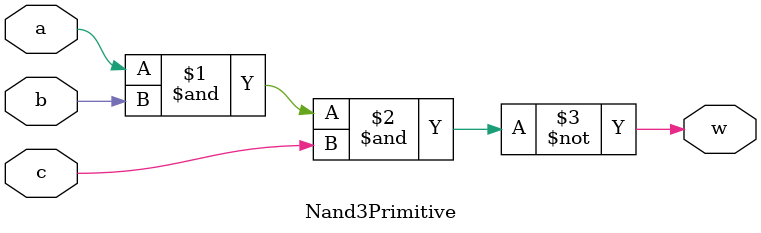
<source format=v>
`timescale 1ns/1ns

module XorPrimitive(input a, b, output w);
	xor #12 (w, a, b);
endmodule

module InverterAssign(input a, output a_bar);
	assign #(5, 7) a_bar = ~a;
endmodule

module NorPrimitive(input a, b, output w);
	nor #(10, 14) (w, a, b);
endmodule 

module NandPrimitive(input a, b, output w);
	nand #(10, 8) (w, a, b);
endmodule

module Nand3Primitive(input a, b, c, output w);
	nand #(15, 12) (w, a, b, c);
endmodule


</source>
